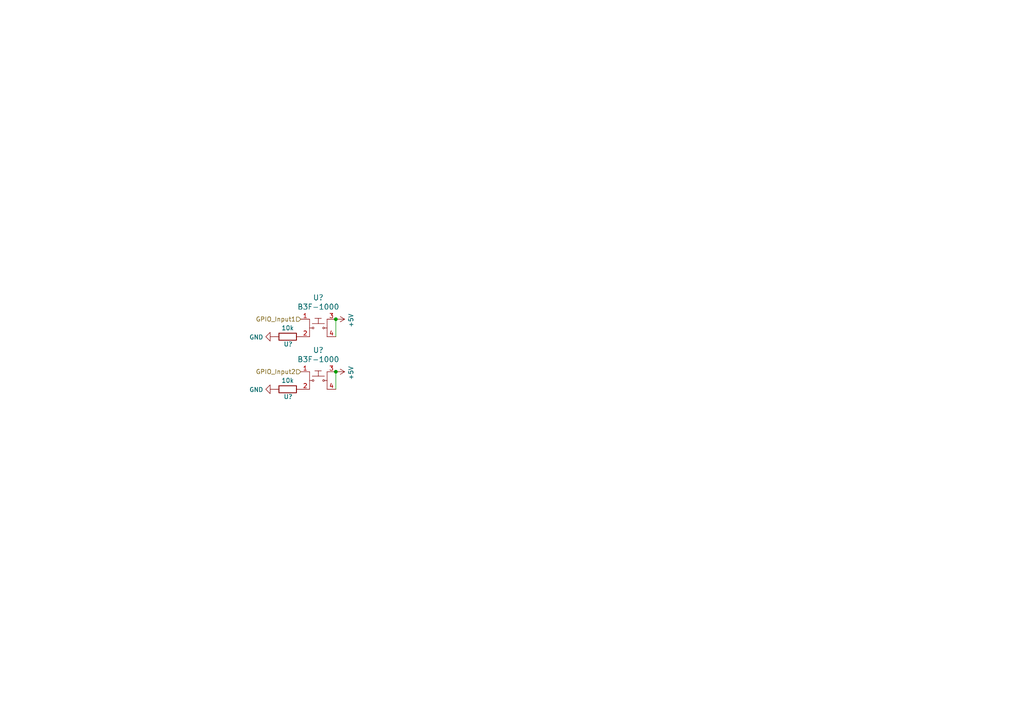
<source format=kicad_sch>
(kicad_sch (version 20211123) (generator eeschema)
  (paper "A4")
  (lib_symbols
    (symbol "Device:R" (pin_numbers hide) (pin_names (offset 0))
      (property "Reference" "R" (at 2.032 0 90))
      (property "Value" "R" (at 0 0 90))
      (symbol "R_0_1"
        (rectangle (start -1.016 -2.54) (end 1.016 2.54) (stroke (width 0.254)))
      )
      (symbol "R_1_1"
        (pin passive line (at 0 3.81 270) (length 1.27) (name "~") (number "1"))
        (pin passive line (at 0 -3.81 90) (length 1.27) (name "~") (number "2"))
      )
    )
    (symbol "dk_Tactile-Switches:B3F-1000" (pin_names (offset 1.016))
      (property "Reference" "S" (at 0 5.08 0))
      (property "Value" "B3F-1000" (at 0 -5.08 0))
      (symbol "B3F-1000_0_1"
        (circle (center -1.524 0) (radius 0.254))
        (polyline (pts (xy -2.54 2.54) (xy -2.54 -2.54)))
        (polyline (pts (xy -1.778 0) (xy -2.54 0)))
        (polyline (pts (xy -1.778 1.27) (xy 1.778 1.27)))
        (polyline (pts (xy 2.54 -2.54) (xy 2.54 2.54)))
        (polyline (pts (xy 2.54 0) (xy 1.778 0)))
        (circle (center 1.524 0) (radius 0.254))
      )
      (symbol "B3F-1000_1_1"
        (polyline (pts (xy -1.016 2.794) (xy 0.889 2.794)))
        (polyline (pts (xy 0 2.794) (xy 0 1.27)))
        (pin passive line (at -5.08 2.54 0) (length 2.54) (name "~") (number "1"))
        (pin passive line (at -5.08 -2.54 0) (length 2.54) (name "~") (number "2"))
        (pin passive line (at 5.08 2.54 180) (length 2.54) (name "~") (number "3"))
        (pin passive line (at 5.08 -2.54 180) (length 2.54) (name "~") (number "4"))
      )
    )
    (symbol "power:+5V" (power) (pin_names (offset 0))
      (property "Value" "+5V" (at 0 3.556 0))
      (symbol "+5V_0_1"
        (polyline (pts (xy -0.762 1.27) (xy 0 2.54)))
        (polyline (pts (xy 0 0) (xy 0 2.54)))
        (polyline (pts (xy 0 2.54) (xy 0.762 1.27)))
      )
      (symbol "+5V_1_1"
        (pin power_in line (at 0 0 90) (length 0) hide (name "+5V") (number "1"))
      )
    )
    (symbol "power:GND" (power) (pin_names (offset 0))
      (property "Value" "GND" (at 0 -3.81 0))
      (symbol "GND_0_1"
        (polyline (pts (xy 0 0) (xy 0 -1.27) (xy 1.27 -1.27) (xy 0 -2.54) (xy -1.27 -1.27) (xy 0 -1.27)))
      )
      (symbol "GND_1_1"
        (pin power_in line (at 0 0 270) (length 0) hide (name "GND") (number "1"))
      )
    )
  )
  (junction (at 97.409 92.583))
  (junction (at 97.409 107.823))
  (wire (pts (xy 97.409 112.903) (xy 97.409 107.823)))
  (wire (pts (xy 97.409 97.663) (xy 97.409 92.583)))
  (hierarchical_label "GPIO_Input2" (shape input) (at 87.249 107.823 180))
  (hierarchical_label "GPIO_Input1" (shape input) (at 87.249 92.583 180))
  (symbol (lib_id "dk_Tactile-Switches:B3F-1000") (at 92.329 95.123 0) (unit 1)
    (property "Value" "B3F-1000" (at 92.329 89.0016 0) (effects (font (size 1.524 1.524))))
    (property "Footprint" "digikey-footprints:Switch_Tactile_THT_B3F-1xxx" (effects hide))
    (property "Datasheet" "https://omronfs.omron.com/en_US/ecb/products/pdf/en-b3f.pdf" (effects hide))
    (property "Digi-Key_PN" "SW400-ND" (effects hide))
    (property "MPN" "B3F-1000" (effects hide))
    (property "Category" "Switches" (effects hide))
    (property "Family" "Tactile Switches" (effects hide))
    (property "DK_Datasheet_Link" "https://omronfs.omron.com/en_US/ecb/products/pdf/en-b3f.pdf" (effects hide))
    (property "DK_Detail_Page" "/product-detail/en/omron-electronics-inc-emc-div/B3F-1000/SW400-ND/33150" (effects hide))
    (property "Description" "SWITCH TACTILE SPST-NO 0.05A 24V" (effects hide))
    (property "Manufacturer" "Omron Electronics Inc-EMC Div" (effects hide))
    (property "Status" "Active" (effects hide))
  )
  (symbol (lib_id "power:GND") (at 79.629 97.663 270) (unit 1)
    (property "Value" "GND" (at 76.3778 97.79 90) (effects (justify right)))
  )
  (symbol (lib_id "Device:R") (at 83.439 97.663 90) (unit 1)
    (property "Value" "10k" (at 83.439 95.123 90))
    (property "Footprint" "Resistor_THT:R_Axial_DIN0204_L3.6mm_D1.6mm_P2.54mm_Vertical" (effects hide))
  )
  (symbol (lib_id "power:+5V") (at 97.409 92.583 270) (unit 1)
    (property "Value" "+5V" (at 101.8032 92.964 0))
  )
  (symbol (lib_id "dk_Tactile-Switches:B3F-1000") (at 92.329 110.363 0) (unit 1)
    (property "Value" "B3F-1000" (at 92.329 104.2416 0) (effects (font (size 1.524 1.524))))
    (property "Footprint" "digikey-footprints:Switch_Tactile_THT_B3F-1xxx" (effects hide))
    (property "Datasheet" "https://omronfs.omron.com/en_US/ecb/products/pdf/en-b3f.pdf" (effects hide))
    (property "Digi-Key_PN" "SW400-ND" (effects hide))
    (property "MPN" "B3F-1000" (effects hide))
    (property "Category" "Switches" (effects hide))
    (property "Family" "Tactile Switches" (effects hide))
    (property "DK_Datasheet_Link" "https://omronfs.omron.com/en_US/ecb/products/pdf/en-b3f.pdf" (effects hide))
    (property "DK_Detail_Page" "/product-detail/en/omron-electronics-inc-emc-div/B3F-1000/SW400-ND/33150" (effects hide))
    (property "Description" "SWITCH TACTILE SPST-NO 0.05A 24V" (effects hide))
    (property "Manufacturer" "Omron Electronics Inc-EMC Div" (effects hide))
    (property "Status" "Active" (effects hide))
  )
  (symbol (lib_id "power:GND") (at 79.629 112.903 270) (unit 1)
    (property "Value" "GND" (at 76.3778 113.03 90) (effects (justify right)))
  )
  (symbol (lib_id "Device:R") (at 83.439 112.903 90) (unit 1)
    (property "Value" "10k" (at 83.439 110.363 90))
    (property "Footprint" "Resistor_THT:R_Axial_DIN0204_L3.6mm_D1.6mm_P2.54mm_Vertical" (effects hide))
  )
  (symbol (lib_id "power:+5V") (at 97.409 107.823 270) (unit 1)
    (property "Value" "+5V" (at 101.8032 108.204 0))
  )
)
</source>
